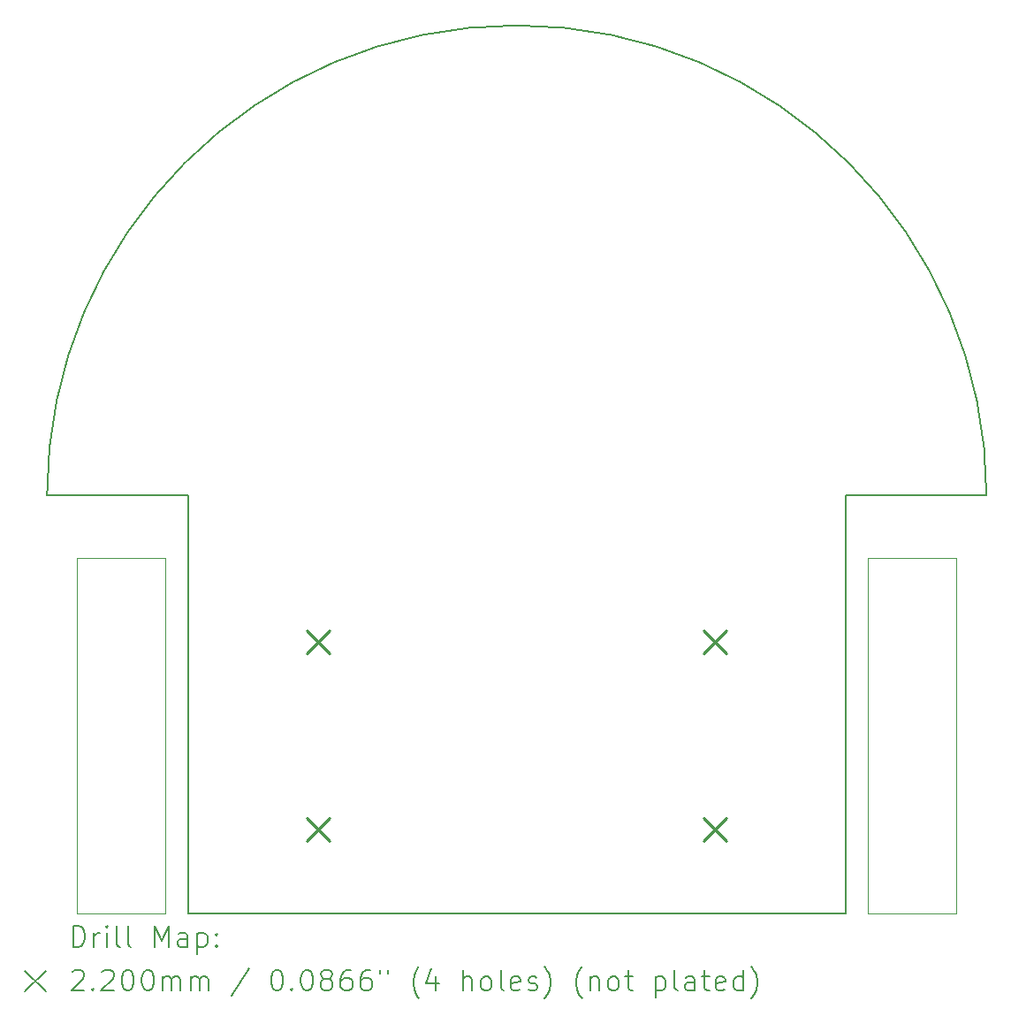
<source format=gbr>
%TF.GenerationSoftware,KiCad,Pcbnew,7.0.10*%
%TF.CreationDate,2024-02-05T11:36:40+01:00*%
%TF.ProjectId,minimouse,6d696e69-6d6f-4757-9365-2e6b69636164,rev?*%
%TF.SameCoordinates,Original*%
%TF.FileFunction,Drillmap*%
%TF.FilePolarity,Positive*%
%FSLAX45Y45*%
G04 Gerber Fmt 4.5, Leading zero omitted, Abs format (unit mm)*
G04 Created by KiCad (PCBNEW 7.0.10) date 2024-02-05 11:36:40*
%MOMM*%
%LPD*%
G01*
G04 APERTURE LIST*
%ADD10C,0.200000*%
%ADD11C,0.050000*%
%ADD12C,0.220000*%
G04 APERTURE END LIST*
D10*
X19500000Y-10000000D02*
G75*
G03*
X10500000Y-10000000I-4500000J0D01*
G01*
X18150000Y-14000000D02*
X11850000Y-14000000D01*
X11850000Y-10000000D02*
X10500000Y-10000000D01*
X18150000Y-10000000D02*
X18150000Y-14000000D01*
X19500000Y-10000000D02*
X18150000Y-10000000D01*
X11850000Y-14000000D02*
X11850000Y-10000000D01*
D11*
X10790000Y-10600000D02*
X11633000Y-10600000D01*
X11633000Y-14000000D01*
X10790000Y-14000000D01*
X10790000Y-10600000D01*
X19210000Y-14000000D02*
X18367000Y-14000000D01*
X18367000Y-10600000D01*
X19210000Y-10600000D01*
X19210000Y-14000000D01*
D10*
D12*
X12990000Y-11290000D02*
X13210000Y-11510000D01*
X13210000Y-11290000D02*
X12990000Y-11510000D01*
X12990000Y-13090000D02*
X13210000Y-13310000D01*
X13210000Y-13090000D02*
X12990000Y-13310000D01*
X16790000Y-11290000D02*
X17010000Y-11510000D01*
X17010000Y-11290000D02*
X16790000Y-11510000D01*
X16790000Y-13090000D02*
X17010000Y-13310000D01*
X17010000Y-13090000D02*
X16790000Y-13310000D01*
D10*
X10750777Y-14321484D02*
X10750777Y-14121484D01*
X10750777Y-14121484D02*
X10798396Y-14121484D01*
X10798396Y-14121484D02*
X10826967Y-14131008D01*
X10826967Y-14131008D02*
X10846015Y-14150055D01*
X10846015Y-14150055D02*
X10855539Y-14169103D01*
X10855539Y-14169103D02*
X10865063Y-14207198D01*
X10865063Y-14207198D02*
X10865063Y-14235769D01*
X10865063Y-14235769D02*
X10855539Y-14273865D01*
X10855539Y-14273865D02*
X10846015Y-14292912D01*
X10846015Y-14292912D02*
X10826967Y-14311960D01*
X10826967Y-14311960D02*
X10798396Y-14321484D01*
X10798396Y-14321484D02*
X10750777Y-14321484D01*
X10950777Y-14321484D02*
X10950777Y-14188150D01*
X10950777Y-14226246D02*
X10960301Y-14207198D01*
X10960301Y-14207198D02*
X10969824Y-14197674D01*
X10969824Y-14197674D02*
X10988872Y-14188150D01*
X10988872Y-14188150D02*
X11007920Y-14188150D01*
X11074586Y-14321484D02*
X11074586Y-14188150D01*
X11074586Y-14121484D02*
X11065063Y-14131008D01*
X11065063Y-14131008D02*
X11074586Y-14140531D01*
X11074586Y-14140531D02*
X11084110Y-14131008D01*
X11084110Y-14131008D02*
X11074586Y-14121484D01*
X11074586Y-14121484D02*
X11074586Y-14140531D01*
X11198396Y-14321484D02*
X11179348Y-14311960D01*
X11179348Y-14311960D02*
X11169824Y-14292912D01*
X11169824Y-14292912D02*
X11169824Y-14121484D01*
X11303158Y-14321484D02*
X11284110Y-14311960D01*
X11284110Y-14311960D02*
X11274586Y-14292912D01*
X11274586Y-14292912D02*
X11274586Y-14121484D01*
X11531729Y-14321484D02*
X11531729Y-14121484D01*
X11531729Y-14121484D02*
X11598396Y-14264341D01*
X11598396Y-14264341D02*
X11665062Y-14121484D01*
X11665062Y-14121484D02*
X11665062Y-14321484D01*
X11846015Y-14321484D02*
X11846015Y-14216722D01*
X11846015Y-14216722D02*
X11836491Y-14197674D01*
X11836491Y-14197674D02*
X11817443Y-14188150D01*
X11817443Y-14188150D02*
X11779348Y-14188150D01*
X11779348Y-14188150D02*
X11760301Y-14197674D01*
X11846015Y-14311960D02*
X11826967Y-14321484D01*
X11826967Y-14321484D02*
X11779348Y-14321484D01*
X11779348Y-14321484D02*
X11760301Y-14311960D01*
X11760301Y-14311960D02*
X11750777Y-14292912D01*
X11750777Y-14292912D02*
X11750777Y-14273865D01*
X11750777Y-14273865D02*
X11760301Y-14254817D01*
X11760301Y-14254817D02*
X11779348Y-14245293D01*
X11779348Y-14245293D02*
X11826967Y-14245293D01*
X11826967Y-14245293D02*
X11846015Y-14235769D01*
X11941253Y-14188150D02*
X11941253Y-14388150D01*
X11941253Y-14197674D02*
X11960301Y-14188150D01*
X11960301Y-14188150D02*
X11998396Y-14188150D01*
X11998396Y-14188150D02*
X12017443Y-14197674D01*
X12017443Y-14197674D02*
X12026967Y-14207198D01*
X12026967Y-14207198D02*
X12036491Y-14226246D01*
X12036491Y-14226246D02*
X12036491Y-14283388D01*
X12036491Y-14283388D02*
X12026967Y-14302436D01*
X12026967Y-14302436D02*
X12017443Y-14311960D01*
X12017443Y-14311960D02*
X11998396Y-14321484D01*
X11998396Y-14321484D02*
X11960301Y-14321484D01*
X11960301Y-14321484D02*
X11941253Y-14311960D01*
X12122205Y-14302436D02*
X12131729Y-14311960D01*
X12131729Y-14311960D02*
X12122205Y-14321484D01*
X12122205Y-14321484D02*
X12112682Y-14311960D01*
X12112682Y-14311960D02*
X12122205Y-14302436D01*
X12122205Y-14302436D02*
X12122205Y-14321484D01*
X12122205Y-14197674D02*
X12131729Y-14207198D01*
X12131729Y-14207198D02*
X12122205Y-14216722D01*
X12122205Y-14216722D02*
X12112682Y-14207198D01*
X12112682Y-14207198D02*
X12122205Y-14197674D01*
X12122205Y-14197674D02*
X12122205Y-14216722D01*
X10290000Y-14550000D02*
X10490000Y-14750000D01*
X10490000Y-14550000D02*
X10290000Y-14750000D01*
X10741253Y-14560531D02*
X10750777Y-14551008D01*
X10750777Y-14551008D02*
X10769824Y-14541484D01*
X10769824Y-14541484D02*
X10817444Y-14541484D01*
X10817444Y-14541484D02*
X10836491Y-14551008D01*
X10836491Y-14551008D02*
X10846015Y-14560531D01*
X10846015Y-14560531D02*
X10855539Y-14579579D01*
X10855539Y-14579579D02*
X10855539Y-14598627D01*
X10855539Y-14598627D02*
X10846015Y-14627198D01*
X10846015Y-14627198D02*
X10731729Y-14741484D01*
X10731729Y-14741484D02*
X10855539Y-14741484D01*
X10941253Y-14722436D02*
X10950777Y-14731960D01*
X10950777Y-14731960D02*
X10941253Y-14741484D01*
X10941253Y-14741484D02*
X10931729Y-14731960D01*
X10931729Y-14731960D02*
X10941253Y-14722436D01*
X10941253Y-14722436D02*
X10941253Y-14741484D01*
X11026967Y-14560531D02*
X11036491Y-14551008D01*
X11036491Y-14551008D02*
X11055539Y-14541484D01*
X11055539Y-14541484D02*
X11103158Y-14541484D01*
X11103158Y-14541484D02*
X11122205Y-14551008D01*
X11122205Y-14551008D02*
X11131729Y-14560531D01*
X11131729Y-14560531D02*
X11141253Y-14579579D01*
X11141253Y-14579579D02*
X11141253Y-14598627D01*
X11141253Y-14598627D02*
X11131729Y-14627198D01*
X11131729Y-14627198D02*
X11017444Y-14741484D01*
X11017444Y-14741484D02*
X11141253Y-14741484D01*
X11265062Y-14541484D02*
X11284110Y-14541484D01*
X11284110Y-14541484D02*
X11303158Y-14551008D01*
X11303158Y-14551008D02*
X11312682Y-14560531D01*
X11312682Y-14560531D02*
X11322205Y-14579579D01*
X11322205Y-14579579D02*
X11331729Y-14617674D01*
X11331729Y-14617674D02*
X11331729Y-14665293D01*
X11331729Y-14665293D02*
X11322205Y-14703388D01*
X11322205Y-14703388D02*
X11312682Y-14722436D01*
X11312682Y-14722436D02*
X11303158Y-14731960D01*
X11303158Y-14731960D02*
X11284110Y-14741484D01*
X11284110Y-14741484D02*
X11265062Y-14741484D01*
X11265062Y-14741484D02*
X11246015Y-14731960D01*
X11246015Y-14731960D02*
X11236491Y-14722436D01*
X11236491Y-14722436D02*
X11226967Y-14703388D01*
X11226967Y-14703388D02*
X11217443Y-14665293D01*
X11217443Y-14665293D02*
X11217443Y-14617674D01*
X11217443Y-14617674D02*
X11226967Y-14579579D01*
X11226967Y-14579579D02*
X11236491Y-14560531D01*
X11236491Y-14560531D02*
X11246015Y-14551008D01*
X11246015Y-14551008D02*
X11265062Y-14541484D01*
X11455539Y-14541484D02*
X11474586Y-14541484D01*
X11474586Y-14541484D02*
X11493634Y-14551008D01*
X11493634Y-14551008D02*
X11503158Y-14560531D01*
X11503158Y-14560531D02*
X11512682Y-14579579D01*
X11512682Y-14579579D02*
X11522205Y-14617674D01*
X11522205Y-14617674D02*
X11522205Y-14665293D01*
X11522205Y-14665293D02*
X11512682Y-14703388D01*
X11512682Y-14703388D02*
X11503158Y-14722436D01*
X11503158Y-14722436D02*
X11493634Y-14731960D01*
X11493634Y-14731960D02*
X11474586Y-14741484D01*
X11474586Y-14741484D02*
X11455539Y-14741484D01*
X11455539Y-14741484D02*
X11436491Y-14731960D01*
X11436491Y-14731960D02*
X11426967Y-14722436D01*
X11426967Y-14722436D02*
X11417443Y-14703388D01*
X11417443Y-14703388D02*
X11407920Y-14665293D01*
X11407920Y-14665293D02*
X11407920Y-14617674D01*
X11407920Y-14617674D02*
X11417443Y-14579579D01*
X11417443Y-14579579D02*
X11426967Y-14560531D01*
X11426967Y-14560531D02*
X11436491Y-14551008D01*
X11436491Y-14551008D02*
X11455539Y-14541484D01*
X11607920Y-14741484D02*
X11607920Y-14608150D01*
X11607920Y-14627198D02*
X11617443Y-14617674D01*
X11617443Y-14617674D02*
X11636491Y-14608150D01*
X11636491Y-14608150D02*
X11665063Y-14608150D01*
X11665063Y-14608150D02*
X11684110Y-14617674D01*
X11684110Y-14617674D02*
X11693634Y-14636722D01*
X11693634Y-14636722D02*
X11693634Y-14741484D01*
X11693634Y-14636722D02*
X11703158Y-14617674D01*
X11703158Y-14617674D02*
X11722205Y-14608150D01*
X11722205Y-14608150D02*
X11750777Y-14608150D01*
X11750777Y-14608150D02*
X11769824Y-14617674D01*
X11769824Y-14617674D02*
X11779348Y-14636722D01*
X11779348Y-14636722D02*
X11779348Y-14741484D01*
X11874586Y-14741484D02*
X11874586Y-14608150D01*
X11874586Y-14627198D02*
X11884110Y-14617674D01*
X11884110Y-14617674D02*
X11903158Y-14608150D01*
X11903158Y-14608150D02*
X11931729Y-14608150D01*
X11931729Y-14608150D02*
X11950777Y-14617674D01*
X11950777Y-14617674D02*
X11960301Y-14636722D01*
X11960301Y-14636722D02*
X11960301Y-14741484D01*
X11960301Y-14636722D02*
X11969824Y-14617674D01*
X11969824Y-14617674D02*
X11988872Y-14608150D01*
X11988872Y-14608150D02*
X12017443Y-14608150D01*
X12017443Y-14608150D02*
X12036491Y-14617674D01*
X12036491Y-14617674D02*
X12046015Y-14636722D01*
X12046015Y-14636722D02*
X12046015Y-14741484D01*
X12436491Y-14531960D02*
X12265063Y-14789103D01*
X12693634Y-14541484D02*
X12712682Y-14541484D01*
X12712682Y-14541484D02*
X12731729Y-14551008D01*
X12731729Y-14551008D02*
X12741253Y-14560531D01*
X12741253Y-14560531D02*
X12750777Y-14579579D01*
X12750777Y-14579579D02*
X12760301Y-14617674D01*
X12760301Y-14617674D02*
X12760301Y-14665293D01*
X12760301Y-14665293D02*
X12750777Y-14703388D01*
X12750777Y-14703388D02*
X12741253Y-14722436D01*
X12741253Y-14722436D02*
X12731729Y-14731960D01*
X12731729Y-14731960D02*
X12712682Y-14741484D01*
X12712682Y-14741484D02*
X12693634Y-14741484D01*
X12693634Y-14741484D02*
X12674586Y-14731960D01*
X12674586Y-14731960D02*
X12665063Y-14722436D01*
X12665063Y-14722436D02*
X12655539Y-14703388D01*
X12655539Y-14703388D02*
X12646015Y-14665293D01*
X12646015Y-14665293D02*
X12646015Y-14617674D01*
X12646015Y-14617674D02*
X12655539Y-14579579D01*
X12655539Y-14579579D02*
X12665063Y-14560531D01*
X12665063Y-14560531D02*
X12674586Y-14551008D01*
X12674586Y-14551008D02*
X12693634Y-14541484D01*
X12846015Y-14722436D02*
X12855539Y-14731960D01*
X12855539Y-14731960D02*
X12846015Y-14741484D01*
X12846015Y-14741484D02*
X12836491Y-14731960D01*
X12836491Y-14731960D02*
X12846015Y-14722436D01*
X12846015Y-14722436D02*
X12846015Y-14741484D01*
X12979348Y-14541484D02*
X12998396Y-14541484D01*
X12998396Y-14541484D02*
X13017444Y-14551008D01*
X13017444Y-14551008D02*
X13026967Y-14560531D01*
X13026967Y-14560531D02*
X13036491Y-14579579D01*
X13036491Y-14579579D02*
X13046015Y-14617674D01*
X13046015Y-14617674D02*
X13046015Y-14665293D01*
X13046015Y-14665293D02*
X13036491Y-14703388D01*
X13036491Y-14703388D02*
X13026967Y-14722436D01*
X13026967Y-14722436D02*
X13017444Y-14731960D01*
X13017444Y-14731960D02*
X12998396Y-14741484D01*
X12998396Y-14741484D02*
X12979348Y-14741484D01*
X12979348Y-14741484D02*
X12960301Y-14731960D01*
X12960301Y-14731960D02*
X12950777Y-14722436D01*
X12950777Y-14722436D02*
X12941253Y-14703388D01*
X12941253Y-14703388D02*
X12931729Y-14665293D01*
X12931729Y-14665293D02*
X12931729Y-14617674D01*
X12931729Y-14617674D02*
X12941253Y-14579579D01*
X12941253Y-14579579D02*
X12950777Y-14560531D01*
X12950777Y-14560531D02*
X12960301Y-14551008D01*
X12960301Y-14551008D02*
X12979348Y-14541484D01*
X13160301Y-14627198D02*
X13141253Y-14617674D01*
X13141253Y-14617674D02*
X13131729Y-14608150D01*
X13131729Y-14608150D02*
X13122206Y-14589103D01*
X13122206Y-14589103D02*
X13122206Y-14579579D01*
X13122206Y-14579579D02*
X13131729Y-14560531D01*
X13131729Y-14560531D02*
X13141253Y-14551008D01*
X13141253Y-14551008D02*
X13160301Y-14541484D01*
X13160301Y-14541484D02*
X13198396Y-14541484D01*
X13198396Y-14541484D02*
X13217444Y-14551008D01*
X13217444Y-14551008D02*
X13226967Y-14560531D01*
X13226967Y-14560531D02*
X13236491Y-14579579D01*
X13236491Y-14579579D02*
X13236491Y-14589103D01*
X13236491Y-14589103D02*
X13226967Y-14608150D01*
X13226967Y-14608150D02*
X13217444Y-14617674D01*
X13217444Y-14617674D02*
X13198396Y-14627198D01*
X13198396Y-14627198D02*
X13160301Y-14627198D01*
X13160301Y-14627198D02*
X13141253Y-14636722D01*
X13141253Y-14636722D02*
X13131729Y-14646246D01*
X13131729Y-14646246D02*
X13122206Y-14665293D01*
X13122206Y-14665293D02*
X13122206Y-14703388D01*
X13122206Y-14703388D02*
X13131729Y-14722436D01*
X13131729Y-14722436D02*
X13141253Y-14731960D01*
X13141253Y-14731960D02*
X13160301Y-14741484D01*
X13160301Y-14741484D02*
X13198396Y-14741484D01*
X13198396Y-14741484D02*
X13217444Y-14731960D01*
X13217444Y-14731960D02*
X13226967Y-14722436D01*
X13226967Y-14722436D02*
X13236491Y-14703388D01*
X13236491Y-14703388D02*
X13236491Y-14665293D01*
X13236491Y-14665293D02*
X13226967Y-14646246D01*
X13226967Y-14646246D02*
X13217444Y-14636722D01*
X13217444Y-14636722D02*
X13198396Y-14627198D01*
X13407920Y-14541484D02*
X13369825Y-14541484D01*
X13369825Y-14541484D02*
X13350777Y-14551008D01*
X13350777Y-14551008D02*
X13341253Y-14560531D01*
X13341253Y-14560531D02*
X13322206Y-14589103D01*
X13322206Y-14589103D02*
X13312682Y-14627198D01*
X13312682Y-14627198D02*
X13312682Y-14703388D01*
X13312682Y-14703388D02*
X13322206Y-14722436D01*
X13322206Y-14722436D02*
X13331729Y-14731960D01*
X13331729Y-14731960D02*
X13350777Y-14741484D01*
X13350777Y-14741484D02*
X13388872Y-14741484D01*
X13388872Y-14741484D02*
X13407920Y-14731960D01*
X13407920Y-14731960D02*
X13417444Y-14722436D01*
X13417444Y-14722436D02*
X13426967Y-14703388D01*
X13426967Y-14703388D02*
X13426967Y-14655769D01*
X13426967Y-14655769D02*
X13417444Y-14636722D01*
X13417444Y-14636722D02*
X13407920Y-14627198D01*
X13407920Y-14627198D02*
X13388872Y-14617674D01*
X13388872Y-14617674D02*
X13350777Y-14617674D01*
X13350777Y-14617674D02*
X13331729Y-14627198D01*
X13331729Y-14627198D02*
X13322206Y-14636722D01*
X13322206Y-14636722D02*
X13312682Y-14655769D01*
X13598396Y-14541484D02*
X13560301Y-14541484D01*
X13560301Y-14541484D02*
X13541253Y-14551008D01*
X13541253Y-14551008D02*
X13531729Y-14560531D01*
X13531729Y-14560531D02*
X13512682Y-14589103D01*
X13512682Y-14589103D02*
X13503158Y-14627198D01*
X13503158Y-14627198D02*
X13503158Y-14703388D01*
X13503158Y-14703388D02*
X13512682Y-14722436D01*
X13512682Y-14722436D02*
X13522206Y-14731960D01*
X13522206Y-14731960D02*
X13541253Y-14741484D01*
X13541253Y-14741484D02*
X13579348Y-14741484D01*
X13579348Y-14741484D02*
X13598396Y-14731960D01*
X13598396Y-14731960D02*
X13607920Y-14722436D01*
X13607920Y-14722436D02*
X13617444Y-14703388D01*
X13617444Y-14703388D02*
X13617444Y-14655769D01*
X13617444Y-14655769D02*
X13607920Y-14636722D01*
X13607920Y-14636722D02*
X13598396Y-14627198D01*
X13598396Y-14627198D02*
X13579348Y-14617674D01*
X13579348Y-14617674D02*
X13541253Y-14617674D01*
X13541253Y-14617674D02*
X13522206Y-14627198D01*
X13522206Y-14627198D02*
X13512682Y-14636722D01*
X13512682Y-14636722D02*
X13503158Y-14655769D01*
X13693634Y-14541484D02*
X13693634Y-14579579D01*
X13769825Y-14541484D02*
X13769825Y-14579579D01*
X14065063Y-14817674D02*
X14055539Y-14808150D01*
X14055539Y-14808150D02*
X14036491Y-14779579D01*
X14036491Y-14779579D02*
X14026968Y-14760531D01*
X14026968Y-14760531D02*
X14017444Y-14731960D01*
X14017444Y-14731960D02*
X14007920Y-14684341D01*
X14007920Y-14684341D02*
X14007920Y-14646246D01*
X14007920Y-14646246D02*
X14017444Y-14598627D01*
X14017444Y-14598627D02*
X14026968Y-14570055D01*
X14026968Y-14570055D02*
X14036491Y-14551008D01*
X14036491Y-14551008D02*
X14055539Y-14522436D01*
X14055539Y-14522436D02*
X14065063Y-14512912D01*
X14226968Y-14608150D02*
X14226968Y-14741484D01*
X14179348Y-14531960D02*
X14131729Y-14674817D01*
X14131729Y-14674817D02*
X14255539Y-14674817D01*
X14484110Y-14741484D02*
X14484110Y-14541484D01*
X14569825Y-14741484D02*
X14569825Y-14636722D01*
X14569825Y-14636722D02*
X14560301Y-14617674D01*
X14560301Y-14617674D02*
X14541253Y-14608150D01*
X14541253Y-14608150D02*
X14512682Y-14608150D01*
X14512682Y-14608150D02*
X14493634Y-14617674D01*
X14493634Y-14617674D02*
X14484110Y-14627198D01*
X14693634Y-14741484D02*
X14674587Y-14731960D01*
X14674587Y-14731960D02*
X14665063Y-14722436D01*
X14665063Y-14722436D02*
X14655539Y-14703388D01*
X14655539Y-14703388D02*
X14655539Y-14646246D01*
X14655539Y-14646246D02*
X14665063Y-14627198D01*
X14665063Y-14627198D02*
X14674587Y-14617674D01*
X14674587Y-14617674D02*
X14693634Y-14608150D01*
X14693634Y-14608150D02*
X14722206Y-14608150D01*
X14722206Y-14608150D02*
X14741253Y-14617674D01*
X14741253Y-14617674D02*
X14750777Y-14627198D01*
X14750777Y-14627198D02*
X14760301Y-14646246D01*
X14760301Y-14646246D02*
X14760301Y-14703388D01*
X14760301Y-14703388D02*
X14750777Y-14722436D01*
X14750777Y-14722436D02*
X14741253Y-14731960D01*
X14741253Y-14731960D02*
X14722206Y-14741484D01*
X14722206Y-14741484D02*
X14693634Y-14741484D01*
X14874587Y-14741484D02*
X14855539Y-14731960D01*
X14855539Y-14731960D02*
X14846015Y-14712912D01*
X14846015Y-14712912D02*
X14846015Y-14541484D01*
X15026968Y-14731960D02*
X15007920Y-14741484D01*
X15007920Y-14741484D02*
X14969825Y-14741484D01*
X14969825Y-14741484D02*
X14950777Y-14731960D01*
X14950777Y-14731960D02*
X14941253Y-14712912D01*
X14941253Y-14712912D02*
X14941253Y-14636722D01*
X14941253Y-14636722D02*
X14950777Y-14617674D01*
X14950777Y-14617674D02*
X14969825Y-14608150D01*
X14969825Y-14608150D02*
X15007920Y-14608150D01*
X15007920Y-14608150D02*
X15026968Y-14617674D01*
X15026968Y-14617674D02*
X15036491Y-14636722D01*
X15036491Y-14636722D02*
X15036491Y-14655769D01*
X15036491Y-14655769D02*
X14941253Y-14674817D01*
X15112682Y-14731960D02*
X15131730Y-14741484D01*
X15131730Y-14741484D02*
X15169825Y-14741484D01*
X15169825Y-14741484D02*
X15188872Y-14731960D01*
X15188872Y-14731960D02*
X15198396Y-14712912D01*
X15198396Y-14712912D02*
X15198396Y-14703388D01*
X15198396Y-14703388D02*
X15188872Y-14684341D01*
X15188872Y-14684341D02*
X15169825Y-14674817D01*
X15169825Y-14674817D02*
X15141253Y-14674817D01*
X15141253Y-14674817D02*
X15122206Y-14665293D01*
X15122206Y-14665293D02*
X15112682Y-14646246D01*
X15112682Y-14646246D02*
X15112682Y-14636722D01*
X15112682Y-14636722D02*
X15122206Y-14617674D01*
X15122206Y-14617674D02*
X15141253Y-14608150D01*
X15141253Y-14608150D02*
X15169825Y-14608150D01*
X15169825Y-14608150D02*
X15188872Y-14617674D01*
X15265063Y-14817674D02*
X15274587Y-14808150D01*
X15274587Y-14808150D02*
X15293634Y-14779579D01*
X15293634Y-14779579D02*
X15303158Y-14760531D01*
X15303158Y-14760531D02*
X15312682Y-14731960D01*
X15312682Y-14731960D02*
X15322206Y-14684341D01*
X15322206Y-14684341D02*
X15322206Y-14646246D01*
X15322206Y-14646246D02*
X15312682Y-14598627D01*
X15312682Y-14598627D02*
X15303158Y-14570055D01*
X15303158Y-14570055D02*
X15293634Y-14551008D01*
X15293634Y-14551008D02*
X15274587Y-14522436D01*
X15274587Y-14522436D02*
X15265063Y-14512912D01*
X15626968Y-14817674D02*
X15617444Y-14808150D01*
X15617444Y-14808150D02*
X15598396Y-14779579D01*
X15598396Y-14779579D02*
X15588872Y-14760531D01*
X15588872Y-14760531D02*
X15579349Y-14731960D01*
X15579349Y-14731960D02*
X15569825Y-14684341D01*
X15569825Y-14684341D02*
X15569825Y-14646246D01*
X15569825Y-14646246D02*
X15579349Y-14598627D01*
X15579349Y-14598627D02*
X15588872Y-14570055D01*
X15588872Y-14570055D02*
X15598396Y-14551008D01*
X15598396Y-14551008D02*
X15617444Y-14522436D01*
X15617444Y-14522436D02*
X15626968Y-14512912D01*
X15703158Y-14608150D02*
X15703158Y-14741484D01*
X15703158Y-14627198D02*
X15712682Y-14617674D01*
X15712682Y-14617674D02*
X15731730Y-14608150D01*
X15731730Y-14608150D02*
X15760301Y-14608150D01*
X15760301Y-14608150D02*
X15779349Y-14617674D01*
X15779349Y-14617674D02*
X15788872Y-14636722D01*
X15788872Y-14636722D02*
X15788872Y-14741484D01*
X15912682Y-14741484D02*
X15893634Y-14731960D01*
X15893634Y-14731960D02*
X15884111Y-14722436D01*
X15884111Y-14722436D02*
X15874587Y-14703388D01*
X15874587Y-14703388D02*
X15874587Y-14646246D01*
X15874587Y-14646246D02*
X15884111Y-14627198D01*
X15884111Y-14627198D02*
X15893634Y-14617674D01*
X15893634Y-14617674D02*
X15912682Y-14608150D01*
X15912682Y-14608150D02*
X15941253Y-14608150D01*
X15941253Y-14608150D02*
X15960301Y-14617674D01*
X15960301Y-14617674D02*
X15969825Y-14627198D01*
X15969825Y-14627198D02*
X15979349Y-14646246D01*
X15979349Y-14646246D02*
X15979349Y-14703388D01*
X15979349Y-14703388D02*
X15969825Y-14722436D01*
X15969825Y-14722436D02*
X15960301Y-14731960D01*
X15960301Y-14731960D02*
X15941253Y-14741484D01*
X15941253Y-14741484D02*
X15912682Y-14741484D01*
X16036492Y-14608150D02*
X16112682Y-14608150D01*
X16065063Y-14541484D02*
X16065063Y-14712912D01*
X16065063Y-14712912D02*
X16074587Y-14731960D01*
X16074587Y-14731960D02*
X16093634Y-14741484D01*
X16093634Y-14741484D02*
X16112682Y-14741484D01*
X16331730Y-14608150D02*
X16331730Y-14808150D01*
X16331730Y-14617674D02*
X16350777Y-14608150D01*
X16350777Y-14608150D02*
X16388873Y-14608150D01*
X16388873Y-14608150D02*
X16407920Y-14617674D01*
X16407920Y-14617674D02*
X16417444Y-14627198D01*
X16417444Y-14627198D02*
X16426968Y-14646246D01*
X16426968Y-14646246D02*
X16426968Y-14703388D01*
X16426968Y-14703388D02*
X16417444Y-14722436D01*
X16417444Y-14722436D02*
X16407920Y-14731960D01*
X16407920Y-14731960D02*
X16388873Y-14741484D01*
X16388873Y-14741484D02*
X16350777Y-14741484D01*
X16350777Y-14741484D02*
X16331730Y-14731960D01*
X16541253Y-14741484D02*
X16522206Y-14731960D01*
X16522206Y-14731960D02*
X16512682Y-14712912D01*
X16512682Y-14712912D02*
X16512682Y-14541484D01*
X16703158Y-14741484D02*
X16703158Y-14636722D01*
X16703158Y-14636722D02*
X16693634Y-14617674D01*
X16693634Y-14617674D02*
X16674587Y-14608150D01*
X16674587Y-14608150D02*
X16636492Y-14608150D01*
X16636492Y-14608150D02*
X16617444Y-14617674D01*
X16703158Y-14731960D02*
X16684111Y-14741484D01*
X16684111Y-14741484D02*
X16636492Y-14741484D01*
X16636492Y-14741484D02*
X16617444Y-14731960D01*
X16617444Y-14731960D02*
X16607920Y-14712912D01*
X16607920Y-14712912D02*
X16607920Y-14693865D01*
X16607920Y-14693865D02*
X16617444Y-14674817D01*
X16617444Y-14674817D02*
X16636492Y-14665293D01*
X16636492Y-14665293D02*
X16684111Y-14665293D01*
X16684111Y-14665293D02*
X16703158Y-14655769D01*
X16769825Y-14608150D02*
X16846015Y-14608150D01*
X16798396Y-14541484D02*
X16798396Y-14712912D01*
X16798396Y-14712912D02*
X16807920Y-14731960D01*
X16807920Y-14731960D02*
X16826968Y-14741484D01*
X16826968Y-14741484D02*
X16846015Y-14741484D01*
X16988873Y-14731960D02*
X16969825Y-14741484D01*
X16969825Y-14741484D02*
X16931730Y-14741484D01*
X16931730Y-14741484D02*
X16912682Y-14731960D01*
X16912682Y-14731960D02*
X16903158Y-14712912D01*
X16903158Y-14712912D02*
X16903158Y-14636722D01*
X16903158Y-14636722D02*
X16912682Y-14617674D01*
X16912682Y-14617674D02*
X16931730Y-14608150D01*
X16931730Y-14608150D02*
X16969825Y-14608150D01*
X16969825Y-14608150D02*
X16988873Y-14617674D01*
X16988873Y-14617674D02*
X16998396Y-14636722D01*
X16998396Y-14636722D02*
X16998396Y-14655769D01*
X16998396Y-14655769D02*
X16903158Y-14674817D01*
X17169825Y-14741484D02*
X17169825Y-14541484D01*
X17169825Y-14731960D02*
X17150777Y-14741484D01*
X17150777Y-14741484D02*
X17112682Y-14741484D01*
X17112682Y-14741484D02*
X17093635Y-14731960D01*
X17093635Y-14731960D02*
X17084111Y-14722436D01*
X17084111Y-14722436D02*
X17074587Y-14703388D01*
X17074587Y-14703388D02*
X17074587Y-14646246D01*
X17074587Y-14646246D02*
X17084111Y-14627198D01*
X17084111Y-14627198D02*
X17093635Y-14617674D01*
X17093635Y-14617674D02*
X17112682Y-14608150D01*
X17112682Y-14608150D02*
X17150777Y-14608150D01*
X17150777Y-14608150D02*
X17169825Y-14617674D01*
X17246016Y-14817674D02*
X17255539Y-14808150D01*
X17255539Y-14808150D02*
X17274587Y-14779579D01*
X17274587Y-14779579D02*
X17284111Y-14760531D01*
X17284111Y-14760531D02*
X17293635Y-14731960D01*
X17293635Y-14731960D02*
X17303158Y-14684341D01*
X17303158Y-14684341D02*
X17303158Y-14646246D01*
X17303158Y-14646246D02*
X17293635Y-14598627D01*
X17293635Y-14598627D02*
X17284111Y-14570055D01*
X17284111Y-14570055D02*
X17274587Y-14551008D01*
X17274587Y-14551008D02*
X17255539Y-14522436D01*
X17255539Y-14522436D02*
X17246016Y-14512912D01*
M02*

</source>
